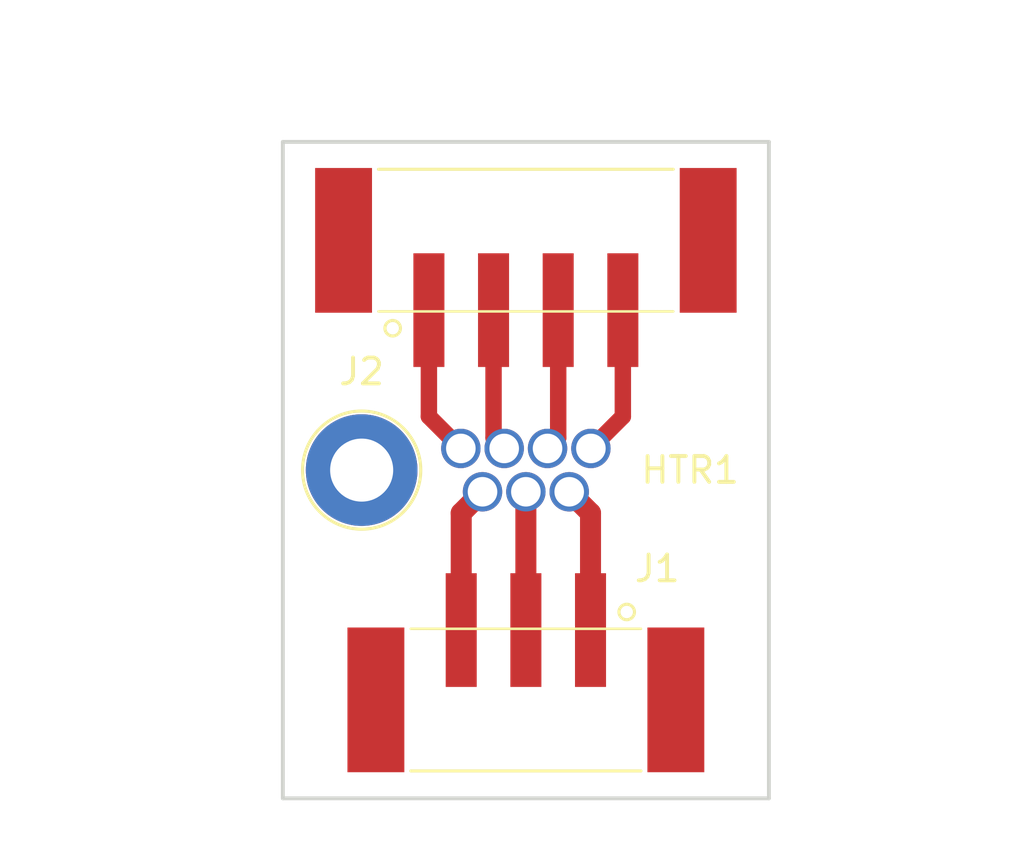
<source format=kicad_pcb>
(kicad_pcb (version 4) (host pcbnew 4.0.5)

  (general
    (links 7)
    (no_connects 0)
    (area 219.126999 76.124999 238.073001 101.675001)
    (thickness 1.6002)
    (drawings 9)
    (tracks 13)
    (zones 0)
    (modules 4)
    (nets 8)
  )

  (page A4)
  (layers
    (0 F.Cu signal)
    (31 B.Cu signal)
    (34 B.Paste user)
    (35 F.Paste user)
    (36 B.SilkS user)
    (37 F.SilkS user)
    (38 B.Mask user)
    (39 F.Mask user)
    (40 Dwgs.User user)
    (44 Edge.Cuts user)
    (47 F.CrtYd user)
    (49 F.Fab user)
  )

  (setup
    (last_trace_width 0.635)
    (trace_clearance 0.1524)
    (zone_clearance 0.508)
    (zone_45_only no)
    (trace_min 0.1524)
    (segment_width 0.2)
    (edge_width 0.15)
    (via_size 0.6858)
    (via_drill 0.3302)
    (via_min_size 0.6858)
    (via_min_drill 0.3302)
    (uvia_size 0.762)
    (uvia_drill 0.508)
    (uvias_allowed no)
    (uvia_min_size 0)
    (uvia_min_drill 0)
    (pcb_text_width 0.3)
    (pcb_text_size 1.5 1.5)
    (mod_edge_width 0.15)
    (mod_text_size 1 1)
    (mod_text_width 0.15)
    (pad_size 4.318 4.318)
    (pad_drill 2.4384)
    (pad_to_mask_clearance 0.2)
    (aux_axis_origin 0 0)
    (visible_elements 7FFFFFFF)
    (pcbplotparams
      (layerselection 0x00030_80000001)
      (usegerberextensions false)
      (excludeedgelayer true)
      (linewidth 0.100000)
      (plotframeref false)
      (viasonmask false)
      (mode 1)
      (useauxorigin false)
      (hpglpennumber 1)
      (hpglpenspeed 20)
      (hpglpendiameter 15)
      (hpglpenoverlay 2)
      (psnegative false)
      (psa4output false)
      (plotreference true)
      (plotvalue true)
      (plotinvisibletext false)
      (padsonsilk false)
      (subtractmaskfromsilk false)
      (outputformat 1)
      (mirror false)
      (drillshape 1)
      (scaleselection 1)
      (outputdirectory ""))
  )

  (net 0 "")
  (net 1 "Net-(HTR1-Pad2)")
  (net 2 Earth)
  (net 3 "Net-(HTR1-Pad1)")
  (net 4 "Net-(HTR1-Pad7)")
  (net 5 "Net-(HTR1-Pad6)")
  (net 6 "Net-(HTR1-Pad5)")
  (net 7 "Net-(HTR1-Pad4)")

  (net_class Default "This is the default net class."
    (clearance 0.1524)
    (trace_width 0.635)
    (via_dia 0.6858)
    (via_drill 0.3302)
    (uvia_dia 0.762)
    (uvia_drill 0.508)
    (add_net "Net-(HTR1-Pad4)")
    (add_net "Net-(HTR1-Pad5)")
    (add_net "Net-(HTR1-Pad6)")
    (add_net "Net-(HTR1-Pad7)")
  )

  (net_class Thick ""
    (clearance 0.1524)
    (trace_width 0.8128)
    (via_dia 0.6858)
    (via_drill 0.3302)
    (uvia_dia 0.762)
    (uvia_drill 0.508)
    (add_net Earth)
    (add_net "Net-(HTR1-Pad1)")
    (add_net "Net-(HTR1-Pad2)")
  )

  (module CBC_Footprints:PhoenixContact_PTSM_0,5_4-HV-2,5-SMD (layer F.Cu) (tedit 58B4374D) (tstamp 58B0E810)
    (at 228.6 80.01)
    (path /58B04310)
    (fp_text reference J2 (at -6.35 5.08) (layer F.SilkS)
      (effects (font (size 1 1) (thickness 0.15)))
    )
    (fp_text value 1x04 (at -0.254 -1.27) (layer F.Fab)
      (effects (font (size 1 1) (thickness 0.15)))
    )
    (fp_line (start -8.4 -3.05) (end 8.4 -3.05) (layer F.CrtYd) (width 0.05))
    (fp_line (start 8.4 -3.05) (end 8.4 5.15) (layer F.CrtYd) (width 0.05))
    (fp_line (start -8.4 5.15) (end 8.4 5.15) (layer F.CrtYd) (width 0.05))
    (fp_line (start -8.4 5.15) (end -8.4 -3.05) (layer F.CrtYd) (width 0.05))
    (fp_line (start -5.7 -2.75) (end 5.7 -2.75) (layer F.SilkS) (width 0.12))
    (fp_line (start -5.7 2.75) (end 5.7 2.75) (layer F.SilkS) (width 0.1))
    (fp_circle (center -5.15 3.4) (end -5.45 3.4) (layer F.SilkS) (width 0.12))
    (fp_line (start -7.8 -2.5) (end 7.8 -2.5) (layer F.Fab) (width 0.1))
    (fp_line (start 7.8 -2.5) (end 7.8 2.5) (layer F.Fab) (width 0.1))
    (fp_line (start -7.8 2.5) (end 7.8 2.5) (layer F.Fab) (width 0.1))
    (fp_line (start -7.8 -2.5) (end -7.8 2.5) (layer F.Fab) (width 0.1))
    (pad "" smd rect (at -7.05 0) (size 2.2 5.6) (layers F.Cu F.Paste F.Mask))
    (pad "" smd rect (at 7.05 0) (size 2.2 5.6) (layers F.Cu F.Paste F.Mask))
    (pad 1 smd rect (at -3.75 2.7) (size 1.2 4.4) (layers F.Cu F.Paste F.Mask)
      (net 7 "Net-(HTR1-Pad4)"))
    (pad 2 smd rect (at -1.25 2.7) (size 1.2 4.4) (layers F.Cu F.Paste F.Mask)
      (net 6 "Net-(HTR1-Pad5)"))
    (pad 3 smd rect (at 1.25 2.7) (size 1.2 4.4) (layers F.Cu F.Paste F.Mask)
      (net 5 "Net-(HTR1-Pad6)"))
    (pad 4 smd rect (at 3.75 2.7) (size 1.2 4.4) (layers F.Cu F.Paste F.Mask)
      (net 4 "Net-(HTR1-Pad7)"))
    (pad "" np_thru_hole circle (at -5.15 2.1) (size 1 1) (drill 1) (layers *.Cu *.Mask))
    (pad "" np_thru_hole circle (at 5.15 2.1) (size 1 1) (drill 1) (layers *.Cu *.Mask))
  )

  (module CBC_Footprints:PhoenixContact_PTSM_0,5_3-HV-2,5-SMD (layer F.Cu) (tedit 58B43753) (tstamp 58B0E7F9)
    (at 228.6 97.79 180)
    (path /58B042AF)
    (fp_text reference J1 (at -5.08 5.08 180) (layer F.SilkS)
      (effects (font (size 1 1) (thickness 0.15)))
    )
    (fp_text value 1x03 (at 0 -1.27 180) (layer F.Fab)
      (effects (font (size 1 1) (thickness 0.15)))
    )
    (fp_line (start -7.15 -3.05) (end 7.15 -3.05) (layer F.CrtYd) (width 0.05))
    (fp_line (start 7.15 -3.05) (end 7.15 5.15) (layer F.CrtYd) (width 0.05))
    (fp_line (start 7.15 5.15) (end -7.15 5.15) (layer F.CrtYd) (width 0.05))
    (fp_line (start -7.15 5.15) (end -7.15 -3.05) (layer F.CrtYd) (width 0.05))
    (fp_line (start -4.45 -2.75) (end 4.45 -2.75) (layer F.SilkS) (width 0.12))
    (fp_line (start -4.45 2.75) (end 4.45 2.75) (layer F.SilkS) (width 0.1))
    (fp_circle (center -3.9 3.4) (end -4.2 3.4) (layer F.SilkS) (width 0.12))
    (fp_line (start -6.55 -2.5) (end 6.55 -2.5) (layer F.Fab) (width 0.1))
    (fp_line (start 6.55 -2.5) (end 6.55 2.5) (layer F.Fab) (width 0.1))
    (fp_line (start -6.55 2.5) (end 6.55 2.5) (layer F.Fab) (width 0.1))
    (fp_line (start -6.55 -2.5) (end -6.55 2.5) (layer F.Fab) (width 0.1))
    (pad "" smd rect (at -5.8 0 180) (size 2.2 5.6) (layers F.Cu F.Paste F.Mask))
    (pad "" smd rect (at 5.8 0 180) (size 2.2 5.6) (layers F.Cu F.Paste F.Mask))
    (pad 1 smd rect (at -2.5 2.7 180) (size 1.2 4.4) (layers F.Cu F.Paste F.Mask)
      (net 3 "Net-(HTR1-Pad1)"))
    (pad 2 smd rect (at 0 2.7 180) (size 1.2 4.4) (layers F.Cu F.Paste F.Mask)
      (net 1 "Net-(HTR1-Pad2)"))
    (pad 3 smd rect (at 2.5 2.7 180) (size 1.2 4.4) (layers F.Cu F.Paste F.Mask)
      (net 2 Earth))
    (pad "" np_thru_hole circle (at -3.9 2.1 180) (size 1 1) (drill 1) (layers *.Cu *.Mask))
    (pad "" np_thru_hole circle (at 3.9 2.1 180) (size 1 1) (drill 1) (layers *.Cu *.Mask))
  )

  (module CBC_Footprints:Oasis_HeaterWithRTD_MillMax-0531 (layer F.Cu) (tedit 58B43784) (tstamp 58B0E7E3)
    (at 228.6 88.9)
    (path /58B05A11)
    (fp_text reference HTR1 (at 6.35 0) (layer F.SilkS)
      (effects (font (size 1 1) (thickness 0.15)))
    )
    (fp_text value HTR-CONN (at 0.254 -2.54) (layer F.Fab)
      (effects (font (size 1 1) (thickness 0.15)))
    )
    (pad 2 thru_hole circle (at 0 0.8382) (size 1.524 1.524) (drill 1.143) (layers *.Cu *.Mask)
      (net 1 "Net-(HTR1-Pad2)"))
    (pad 3 thru_hole circle (at -1.6764 0.8382) (size 1.524 1.524) (drill 1.143) (layers *.Cu *.Mask)
      (net 2 Earth))
    (pad 1 thru_hole circle (at 1.6764 0.8382) (size 1.524 1.524) (drill 1.143) (layers *.Cu *.Mask)
      (net 3 "Net-(HTR1-Pad1)"))
    (pad 7 thru_hole circle (at 2.5146 -0.8382) (size 1.524 1.524) (drill 1.143) (layers *.Cu *.Mask)
      (net 4 "Net-(HTR1-Pad7)"))
    (pad 6 thru_hole circle (at 0.8382 -0.8382) (size 1.524 1.524) (drill 1.143) (layers *.Cu *.Mask)
      (net 5 "Net-(HTR1-Pad6)"))
    (pad 5 thru_hole circle (at -0.8382 -0.8382) (size 1.524 1.524) (drill 1.143) (layers *.Cu *.Mask)
      (net 6 "Net-(HTR1-Pad5)"))
    (pad 4 thru_hole circle (at -2.5146 -0.8382) (size 1.524 1.524) (drill 1.143) (layers *.Cu *.Mask)
      (net 7 "Net-(HTR1-Pad4)"))
  )

  (module Connectors:1pin (layer F.Cu) (tedit 58B5BFDA) (tstamp 58CD1B07)
    (at 222.25 88.9)
    (descr "module 1 pin (ou trou mecanique de percage)")
    (tags DEV)
    (fp_text reference REF** (at 0 -3.048) (layer F.SilkS) hide
      (effects (font (size 1 1) (thickness 0.15)))
    )
    (fp_text value 1pin (at 0 3) (layer F.Fab) hide
      (effects (font (size 1 1) (thickness 0.15)))
    )
    (fp_circle (center 0 0) (end 2 0.8) (layer F.Fab) (width 0.1))
    (fp_circle (center 0 0) (end 2.6 0) (layer F.CrtYd) (width 0.05))
    (fp_circle (center 0 0) (end 0 -2.286) (layer F.SilkS) (width 0.12))
    (pad "" np_thru_hole circle (at 0 0) (size 4.318 4.318) (drill 2.4384) (layers *.Cu *.Mask))
  )

  (gr_text "#2 Hole" (at 213.36 91.44) (layer Dwgs.User)
    (effects (font (size 1.5 1.5) (thickness 0.3)))
  )
  (dimension 12.7 (width 0.3) (layer Dwgs.User)
    (gr_text "0.5000 in" (at 214.55 82.55 90) (layer Dwgs.User)
      (effects (font (size 1.5 1.5) (thickness 0.3)))
    )
    (feature1 (pts (xy 222.25 76.2) (xy 213.2 76.2)))
    (feature2 (pts (xy 222.25 88.9) (xy 213.2 88.9)))
    (crossbar (pts (xy 215.9 88.9) (xy 215.9 76.2)))
    (arrow1a (pts (xy 215.9 76.2) (xy 216.486421 77.326504)))
    (arrow1b (pts (xy 215.9 76.2) (xy 215.313579 77.326504)))
    (arrow2a (pts (xy 215.9 88.9) (xy 216.486421 87.773496)))
    (arrow2b (pts (xy 215.9 88.9) (xy 215.313579 87.773496)))
  )
  (dimension 5.0292 (width 0.3) (layer Dwgs.User)
    (gr_text "0.1980 in" (at 228.5746 104.3724) (layer Dwgs.User)
      (effects (font (size 1.5 1.5) (thickness 0.3)))
    )
    (feature1 (pts (xy 231.0892 88.0872) (xy 231.0892 105.7224)))
    (feature2 (pts (xy 226.06 88.0872) (xy 226.06 105.7224)))
    (crossbar (pts (xy 226.06 103.0224) (xy 231.0892 103.0224)))
    (arrow1a (pts (xy 231.0892 103.0224) (xy 229.962696 103.608821)))
    (arrow1b (pts (xy 231.0892 103.0224) (xy 229.962696 102.435979)))
    (arrow2a (pts (xy 226.06 103.0224) (xy 227.186504 103.608821)))
    (arrow2b (pts (xy 226.06 103.0224) (xy 227.186504 102.435979)))
  )
  (dimension 18.796 (width 0.3) (layer Dwgs.User)
    (gr_text "0.7400 in" (at 228.6 72.564) (layer Dwgs.User)
      (effects (font (size 1.5 1.5) (thickness 0.3)))
    )
    (feature1 (pts (xy 237.998 76.2) (xy 237.998 71.214)))
    (feature2 (pts (xy 219.202 76.2) (xy 219.202 71.214)))
    (crossbar (pts (xy 219.202 73.914) (xy 237.998 73.914)))
    (arrow1a (pts (xy 237.998 73.914) (xy 236.871496 74.500421)))
    (arrow1b (pts (xy 237.998 73.914) (xy 236.871496 73.327579)))
    (arrow2a (pts (xy 219.202 73.914) (xy 220.328504 74.500421)))
    (arrow2b (pts (xy 219.202 73.914) (xy 220.328504 73.327579)))
  )
  (dimension 25.4 (width 0.3) (layer Dwgs.User)
    (gr_text "1.0000 in" (at 245.19 88.9 270) (layer Dwgs.User)
      (effects (font (size 1.5 1.5) (thickness 0.3)))
    )
    (feature1 (pts (xy 237.998 101.6) (xy 246.54 101.6)))
    (feature2 (pts (xy 237.998 76.2) (xy 246.54 76.2)))
    (crossbar (pts (xy 243.84 76.2) (xy 243.84 101.6)))
    (arrow1a (pts (xy 243.84 101.6) (xy 243.253579 100.473496)))
    (arrow1b (pts (xy 243.84 101.6) (xy 244.426421 100.473496)))
    (arrow2a (pts (xy 243.84 76.2) (xy 243.253579 77.326504)))
    (arrow2b (pts (xy 243.84 76.2) (xy 244.426421 77.326504)))
  )
  (gr_line (start 219.202 101.6) (end 219.202 76.2) (angle 90) (layer Edge.Cuts) (width 0.15))
  (gr_line (start 237.998 101.6) (end 219.202 101.6) (angle 90) (layer Edge.Cuts) (width 0.15))
  (gr_line (start 237.998 76.2) (end 237.998 101.6) (angle 90) (layer Edge.Cuts) (width 0.15))
  (gr_line (start 219.202 76.2) (end 237.998 76.2) (angle 90) (layer Edge.Cuts) (width 0.15))

  (segment (start 228.6 95.09) (end 228.6 89.7382) (width 0.8128) (layer F.Cu) (net 1))
  (segment (start 226.1 95.09) (end 226.1 90.5618) (width 0.8128) (layer F.Cu) (net 2))
  (segment (start 226.1 90.5618) (end 226.9236 89.7382) (width 0.8128) (layer F.Cu) (net 2) (tstamp 58B598C9))
  (segment (start 231.1 95.09) (end 231.1 90.5618) (width 0.8128) (layer F.Cu) (net 3))
  (segment (start 231.1 90.5618) (end 230.2764 89.7382) (width 0.8128) (layer F.Cu) (net 3) (tstamp 58BA4D1A))
  (segment (start 232.35 82.71) (end 232.35 86.8264) (width 0.635) (layer F.Cu) (net 4))
  (segment (start 232.35 86.8264) (end 231.1146 88.0618) (width 0.635) (layer F.Cu) (net 4) (tstamp 58BA4D29))
  (segment (start 229.85 82.71) (end 229.85 87.65) (width 0.635) (layer F.Cu) (net 5))
  (segment (start 229.85 87.65) (end 229.4382 88.0618) (width 0.635) (layer F.Cu) (net 5) (tstamp 58BA4D26))
  (segment (start 227.35 82.71) (end 227.35 87.65) (width 0.635) (layer F.Cu) (net 6))
  (segment (start 227.35 87.65) (end 227.7618 88.0618) (width 0.635) (layer F.Cu) (net 6) (tstamp 58BA4D23))
  (segment (start 224.85 82.71) (end 224.85 86.8264) (width 0.635) (layer F.Cu) (net 7))
  (segment (start 224.85 86.8264) (end 226.0854 88.0618) (width 0.635) (layer F.Cu) (net 7) (tstamp 58BA4D20))

)

</source>
